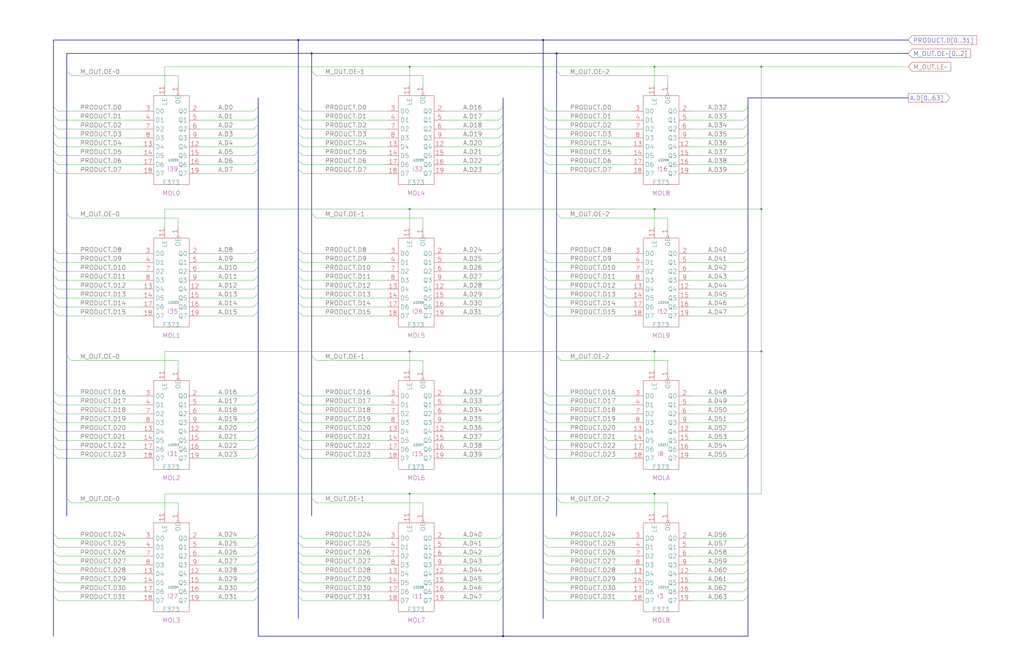
<source format=kicad_sch>
(kicad_sch (version 20250114) (generator "eeschema") (generator_version "9.0")
  (paper "User" 584.2 378.46)
  (title_block (title "MULTIPLIER OUTPUT LATCH") (date "22-MAR-90") (rev "1.0") (comment 1 "VALUE") (comment 2 "232-003063") (comment 3 "S400") (comment 4 "RELEASED"))
  (junction (at 373.38 38.1))
  (junction (at 434.34 200.66))
  (junction (at 233.68 200.66))
  (junction (at 287.02 363.22))
  (junction (at 317.5 30.48))
  (junction (at 170.18 22.86))
  (junction (at 233.68 119.38))
  (junction (at 434.34 38.1))
  (junction (at 373.38 200.66))
  (junction (at 373.38 281.94))
  (junction (at 373.38 119.38))
  (junction (at 177.8 30.48))
  (junction (at 233.68 38.1))
  (junction (at 434.34 119.38))
  (junction (at 309.88 22.86))
  (junction (at 233.68 281.94))
  (bus_entry (at 30.48 66.04) (size 2.54 2.54))
  (bus_entry (at 170.18 157.48) (size 2.54 2.54))
  (bus_entry (at 147.32 76.2) (size -2.54 2.54))
  (bus_entry (at 30.48 309.88) (size 2.54 2.54))
  (bus_entry (at 287.02 238.76) (size -2.54 2.54))
  (bus_entry (at 170.18 228.6) (size 2.54 2.54))
  (bus_entry (at 170.18 91.44) (size 2.54 2.54))
  (bus_entry (at 309.88 309.88) (size 2.54 2.54))
  (bus_entry (at 30.48 254) (size 2.54 2.54))
  (bus_entry (at 426.72 86.36) (size -2.54 2.54))
  (bus_entry (at 426.72 320.04) (size -2.54 2.54))
  (bus_entry (at 30.48 96.52) (size 2.54 2.54))
  (bus_entry (at 170.18 152.4) (size 2.54 2.54))
  (bus_entry (at 30.48 238.76) (size 2.54 2.54))
  (bus_entry (at 147.32 259.08) (size -2.54 2.54))
  (bus_entry (at 426.72 167.64) (size -2.54 2.54))
  (bus_entry (at 170.18 309.88) (size 2.54 2.54))
  (bus_entry (at 30.48 330.2) (size 2.54 2.54))
  (bus_entry (at 317.5 284.48) (size 2.54 2.54))
  (bus_entry (at 309.88 330.2) (size 2.54 2.54))
  (bus_entry (at 426.72 248.92) (size -2.54 2.54))
  (bus_entry (at 287.02 60.96) (size -2.54 2.54))
  (bus_entry (at 287.02 314.96) (size -2.54 2.54))
  (bus_entry (at 317.5 203.2) (size 2.54 2.54))
  (bus_entry (at 287.02 152.4) (size -2.54 2.54))
  (bus_entry (at 30.48 91.44) (size 2.54 2.54))
  (bus_entry (at 170.18 335.28) (size 2.54 2.54))
  (bus_entry (at 170.18 96.52) (size 2.54 2.54))
  (bus_entry (at 30.48 167.64) (size 2.54 2.54))
  (bus_entry (at 309.88 172.72) (size 2.54 2.54))
  (bus_entry (at 170.18 76.2) (size 2.54 2.54))
  (bus_entry (at 426.72 142.24) (size -2.54 2.54))
  (bus_entry (at 309.88 314.96) (size 2.54 2.54))
  (bus_entry (at 147.32 86.36) (size -2.54 2.54))
  (bus_entry (at 287.02 147.32) (size -2.54 2.54))
  (bus_entry (at 426.72 243.84) (size -2.54 2.54))
  (bus_entry (at 426.72 314.96) (size -2.54 2.54))
  (bus_entry (at 147.32 152.4) (size -2.54 2.54))
  (bus_entry (at 170.18 60.96) (size 2.54 2.54))
  (bus_entry (at 426.72 157.48) (size -2.54 2.54))
  (bus_entry (at 38.1 121.92) (size 2.54 2.54))
  (bus_entry (at 426.72 228.6) (size -2.54 2.54))
  (bus_entry (at 426.72 254) (size -2.54 2.54))
  (bus_entry (at 309.88 157.48) (size 2.54 2.54))
  (bus_entry (at 30.48 243.84) (size 2.54 2.54))
  (bus_entry (at 309.88 147.32) (size 2.54 2.54))
  (bus_entry (at 309.88 340.36) (size 2.54 2.54))
  (bus_entry (at 309.88 66.04) (size 2.54 2.54))
  (bus_entry (at 317.5 121.92) (size 2.54 2.54))
  (bus_entry (at 147.32 335.28) (size -2.54 2.54))
  (bus_entry (at 147.32 223.52) (size -2.54 2.54))
  (bus_entry (at 147.32 309.88) (size -2.54 2.54))
  (bus_entry (at 287.02 325.12) (size -2.54 2.54))
  (bus_entry (at 287.02 71.12) (size -2.54 2.54))
  (bus_entry (at 147.32 314.96) (size -2.54 2.54))
  (bus_entry (at 170.18 167.64) (size 2.54 2.54))
  (bus_entry (at 170.18 248.92) (size 2.54 2.54))
  (bus_entry (at 426.72 76.2) (size -2.54 2.54))
  (bus_entry (at 287.02 223.52) (size -2.54 2.54))
  (bus_entry (at 147.32 147.32) (size -2.54 2.54))
  (bus_entry (at 30.48 314.96) (size 2.54 2.54))
  (bus_entry (at 309.88 248.92) (size 2.54 2.54))
  (bus_entry (at 309.88 243.84) (size 2.54 2.54))
  (bus_entry (at 147.32 304.8) (size -2.54 2.54))
  (bus_entry (at 426.72 162.56) (size -2.54 2.54))
  (bus_entry (at 287.02 91.44) (size -2.54 2.54))
  (bus_entry (at 309.88 167.64) (size 2.54 2.54))
  (bus_entry (at 147.32 167.64) (size -2.54 2.54))
  (bus_entry (at 147.32 254) (size -2.54 2.54))
  (bus_entry (at 147.32 228.6) (size -2.54 2.54))
  (bus_entry (at 30.48 233.68) (size 2.54 2.54))
  (bus_entry (at 309.88 259.08) (size 2.54 2.54))
  (bus_entry (at 177.8 203.2) (size 2.54 2.54))
  (bus_entry (at 426.72 304.8) (size -2.54 2.54))
  (bus_entry (at 287.02 142.24) (size -2.54 2.54))
  (bus_entry (at 30.48 76.2) (size 2.54 2.54))
  (bus_entry (at 147.32 96.52) (size -2.54 2.54))
  (bus_entry (at 170.18 81.28) (size 2.54 2.54))
  (bus_entry (at 30.48 81.28) (size 2.54 2.54))
  (bus_entry (at 147.32 71.12) (size -2.54 2.54))
  (bus_entry (at 426.72 152.4) (size -2.54 2.54))
  (bus_entry (at 147.32 238.76) (size -2.54 2.54))
  (bus_entry (at 170.18 304.8) (size 2.54 2.54))
  (bus_entry (at 287.02 304.8) (size -2.54 2.54))
  (bus_entry (at 30.48 228.6) (size 2.54 2.54))
  (bus_entry (at 170.18 254) (size 2.54 2.54))
  (bus_entry (at 426.72 96.52) (size -2.54 2.54))
  (bus_entry (at 309.88 223.52) (size 2.54 2.54))
  (bus_entry (at 287.02 248.92) (size -2.54 2.54))
  (bus_entry (at 170.18 259.08) (size 2.54 2.54))
  (bus_entry (at 170.18 142.24) (size 2.54 2.54))
  (bus_entry (at 30.48 340.36) (size 2.54 2.54))
  (bus_entry (at 170.18 223.52) (size 2.54 2.54))
  (bus_entry (at 147.32 340.36) (size -2.54 2.54))
  (bus_entry (at 426.72 340.36) (size -2.54 2.54))
  (bus_entry (at 147.32 233.68) (size -2.54 2.54))
  (bus_entry (at 287.02 167.64) (size -2.54 2.54))
  (bus_entry (at 287.02 81.28) (size -2.54 2.54))
  (bus_entry (at 287.02 330.2) (size -2.54 2.54))
  (bus_entry (at 309.88 177.8) (size 2.54 2.54))
  (bus_entry (at 287.02 86.36) (size -2.54 2.54))
  (bus_entry (at 426.72 60.96) (size -2.54 2.54))
  (bus_entry (at 30.48 259.08) (size 2.54 2.54))
  (bus_entry (at 170.18 66.04) (size 2.54 2.54))
  (bus_entry (at 170.18 340.36) (size 2.54 2.54))
  (bus_entry (at 287.02 320.04) (size -2.54 2.54))
  (bus_entry (at 170.18 86.36) (size 2.54 2.54))
  (bus_entry (at 147.32 81.28) (size -2.54 2.54))
  (bus_entry (at 426.72 172.72) (size -2.54 2.54))
  (bus_entry (at 170.18 233.68) (size 2.54 2.54))
  (bus_entry (at 426.72 238.76) (size -2.54 2.54))
  (bus_entry (at 287.02 228.6) (size -2.54 2.54))
  (bus_entry (at 30.48 325.12) (size 2.54 2.54))
  (bus_entry (at 38.1 284.48) (size 2.54 2.54))
  (bus_entry (at 170.18 325.12) (size 2.54 2.54))
  (bus_entry (at 170.18 238.76) (size 2.54 2.54))
  (bus_entry (at 309.88 335.28) (size 2.54 2.54))
  (bus_entry (at 30.48 177.8) (size 2.54 2.54))
  (bus_entry (at 170.18 330.2) (size 2.54 2.54))
  (bus_entry (at 287.02 233.68) (size -2.54 2.54))
  (bus_entry (at 147.32 320.04) (size -2.54 2.54))
  (bus_entry (at 147.32 325.12) (size -2.54 2.54))
  (bus_entry (at 170.18 147.32) (size 2.54 2.54))
  (bus_entry (at 287.02 96.52) (size -2.54 2.54))
  (bus_entry (at 30.48 320.04) (size 2.54 2.54))
  (bus_entry (at 426.72 66.04) (size -2.54 2.54))
  (bus_entry (at 170.18 162.56) (size 2.54 2.54))
  (bus_entry (at 147.32 157.48) (size -2.54 2.54))
  (bus_entry (at 30.48 172.72) (size 2.54 2.54))
  (bus_entry (at 170.18 314.96) (size 2.54 2.54))
  (bus_entry (at 170.18 177.8) (size 2.54 2.54))
  (bus_entry (at 170.18 71.12) (size 2.54 2.54))
  (bus_entry (at 147.32 66.04) (size -2.54 2.54))
  (bus_entry (at 309.88 91.44) (size 2.54 2.54))
  (bus_entry (at 147.32 248.92) (size -2.54 2.54))
  (bus_entry (at 147.32 142.24) (size -2.54 2.54))
  (bus_entry (at 30.48 162.56) (size 2.54 2.54))
  (bus_entry (at 177.8 40.64) (size 2.54 2.54))
  (bus_entry (at 30.48 248.92) (size 2.54 2.54))
  (bus_entry (at 287.02 309.88) (size -2.54 2.54))
  (bus_entry (at 147.32 330.2) (size -2.54 2.54))
  (bus_entry (at 426.72 259.08) (size -2.54 2.54))
  (bus_entry (at 426.72 177.8) (size -2.54 2.54))
  (bus_entry (at 426.72 81.28) (size -2.54 2.54))
  (bus_entry (at 309.88 233.68) (size 2.54 2.54))
  (bus_entry (at 309.88 304.8) (size 2.54 2.54))
  (bus_entry (at 287.02 259.08) (size -2.54 2.54))
  (bus_entry (at 309.88 86.36) (size 2.54 2.54))
  (bus_entry (at 426.72 325.12) (size -2.54 2.54))
  (bus_entry (at 147.32 91.44) (size -2.54 2.54))
  (bus_entry (at 30.48 71.12) (size 2.54 2.54))
  (bus_entry (at 170.18 172.72) (size 2.54 2.54))
  (bus_entry (at 309.88 152.4) (size 2.54 2.54))
  (bus_entry (at 287.02 157.48) (size -2.54 2.54))
  (bus_entry (at 30.48 142.24) (size 2.54 2.54))
  (bus_entry (at 147.32 162.56) (size -2.54 2.54))
  (bus_entry (at 30.48 60.96) (size 2.54 2.54))
  (bus_entry (at 426.72 223.52) (size -2.54 2.54))
  (bus_entry (at 287.02 66.04) (size -2.54 2.54))
  (bus_entry (at 309.88 162.56) (size 2.54 2.54))
  (bus_entry (at 147.32 60.96) (size -2.54 2.54))
  (bus_entry (at 309.88 238.76) (size 2.54 2.54))
  (bus_entry (at 30.48 223.52) (size 2.54 2.54))
  (bus_entry (at 147.32 243.84) (size -2.54 2.54))
  (bus_entry (at 426.72 335.28) (size -2.54 2.54))
  (bus_entry (at 177.8 121.92) (size 2.54 2.54))
  (bus_entry (at 38.1 203.2) (size 2.54 2.54))
  (bus_entry (at 309.88 325.12) (size 2.54 2.54))
  (bus_entry (at 30.48 147.32) (size 2.54 2.54))
  (bus_entry (at 426.72 233.68) (size -2.54 2.54))
  (bus_entry (at 309.88 81.28) (size 2.54 2.54))
  (bus_entry (at 287.02 162.56) (size -2.54 2.54))
  (bus_entry (at 426.72 309.88) (size -2.54 2.54))
  (bus_entry (at 287.02 76.2) (size -2.54 2.54))
  (bus_entry (at 30.48 335.28) (size 2.54 2.54))
  (bus_entry (at 287.02 177.8) (size -2.54 2.54))
  (bus_entry (at 309.88 254) (size 2.54 2.54))
  (bus_entry (at 426.72 71.12) (size -2.54 2.54))
  (bus_entry (at 426.72 147.32) (size -2.54 2.54))
  (bus_entry (at 426.72 330.2) (size -2.54 2.54))
  (bus_entry (at 309.88 228.6) (size 2.54 2.54))
  (bus_entry (at 170.18 320.04) (size 2.54 2.54))
  (bus_entry (at 287.02 254) (size -2.54 2.54))
  (bus_entry (at 287.02 243.84) (size -2.54 2.54))
  (bus_entry (at 317.5 40.64) (size 2.54 2.54))
  (bus_entry (at 309.88 96.52) (size 2.54 2.54))
  (bus_entry (at 30.48 304.8) (size 2.54 2.54))
  (bus_entry (at 309.88 76.2) (size 2.54 2.54))
  (bus_entry (at 30.48 152.4) (size 2.54 2.54))
  (bus_entry (at 309.88 142.24) (size 2.54 2.54))
  (bus_entry (at 309.88 71.12) (size 2.54 2.54))
  (bus_entry (at 30.48 157.48) (size 2.54 2.54))
  (bus_entry (at 147.32 172.72) (size -2.54 2.54))
  (bus_entry (at 177.8 284.48) (size 2.54 2.54))
  (bus_entry (at 309.88 60.96) (size 2.54 2.54))
  (bus_entry (at 38.1 40.64) (size 2.54 2.54))
  (bus_entry (at 426.72 91.44) (size -2.54 2.54))
  (bus_entry (at 309.88 320.04) (size 2.54 2.54))
  (bus_entry (at 147.32 177.8) (size -2.54 2.54))
  (bus_entry (at 30.48 86.36) (size 2.54 2.54))
  (bus_entry (at 287.02 172.72) (size -2.54 2.54))
  (bus_entry (at 287.02 340.36) (size -2.54 2.54))
  (bus_entry (at 287.02 335.28) (size -2.54 2.54))
  (bus_entry (at 170.18 243.84) (size 2.54 2.54))
  (wire (pts (xy 312.42 83.82) (xy 360.68 83.82)))
  (bus (pts (xy 287.02 66.04) (xy 287.02 71.12)))
  (wire (pts (xy 172.72 226.06) (xy 220.98 226.06)))
  (bus (pts (xy 30.48 142.24) (xy 30.48 147.32)))
  (bus (pts (xy 30.48 330.2) (xy 30.48 335.28)))
  (wire (pts (xy 33.02 165.1) (xy 81.28 165.1)))
  (wire (pts (xy 114.3 322.58) (xy 144.78 322.58)))
  (wire (pts (xy 254 231.14) (xy 284.48 231.14)))
  (bus (pts (xy 170.18 238.76) (xy 170.18 243.84)))
  (bus (pts (xy 147.32 223.52) (xy 147.32 228.6)))
  (bus (pts (xy 30.48 81.28) (xy 30.48 86.36)))
  (bus (pts (xy 170.18 76.2) (xy 170.18 81.28)))
  (wire (pts (xy 312.42 342.9) (xy 360.68 342.9)))
  (bus (pts (xy 177.8 30.48) (xy 317.5 30.48)))
  (bus (pts (xy 287.02 304.8) (xy 287.02 309.88)))
  (wire (pts (xy 241.3 292.1) (xy 241.3 287.02)))
  (wire (pts (xy 33.02 322.58) (xy 81.28 322.58)))
  (wire (pts (xy 393.7 78.74) (xy 424.18 78.74)))
  (wire (pts (xy 254 312.42) (xy 284.48 312.42)))
  (wire (pts (xy 312.42 154.94) (xy 360.68 154.94)))
  (bus (pts (xy 426.72 223.52) (xy 426.72 228.6)))
  (bus (pts (xy 170.18 248.92) (xy 170.18 254)))
  (wire (pts (xy 254 332.74) (xy 284.48 332.74)))
  (wire (pts (xy 233.68 119.38) (xy 233.68 129.54)))
  (bus (pts (xy 30.48 22.86) (xy 30.48 60.96)))
  (bus (pts (xy 170.18 309.88) (xy 170.18 314.96)))
  (wire (pts (xy 254 149.86) (xy 284.48 149.86)))
  (wire (pts (xy 434.34 38.1) (xy 373.38 38.1)))
  (wire (pts (xy 40.64 124.46) (xy 101.6 124.46)))
  (bus (pts (xy 177.8 40.64) (xy 177.8 121.92)))
  (bus (pts (xy 38.1 30.48) (xy 177.8 30.48)))
  (wire (pts (xy 312.42 175.26) (xy 360.68 175.26)))
  (bus (pts (xy 30.48 22.86) (xy 170.18 22.86)))
  (wire (pts (xy 114.3 246.38) (xy 144.78 246.38)))
  (wire (pts (xy 393.7 226.06) (xy 424.18 226.06)))
  (wire (pts (xy 33.02 144.78) (xy 81.28 144.78)))
  (wire (pts (xy 172.72 246.38) (xy 220.98 246.38)))
  (wire (pts (xy 312.42 99.06) (xy 360.68 99.06)))
  (bus (pts (xy 287.02 96.52) (xy 287.02 142.24)))
  (bus (pts (xy 287.02 86.36) (xy 287.02 91.44)))
  (wire (pts (xy 33.02 246.38) (xy 81.28 246.38)))
  (bus (pts (xy 147.32 172.72) (xy 147.32 177.8)))
  (wire (pts (xy 393.7 317.5) (xy 424.18 317.5)))
  (bus (pts (xy 30.48 233.68) (xy 30.48 238.76)))
  (bus (pts (xy 426.72 304.8) (xy 426.72 309.88)))
  (wire (pts (xy 393.7 231.14) (xy 424.18 231.14)))
  (wire (pts (xy 172.72 88.9) (xy 220.98 88.9)))
  (bus (pts (xy 170.18 66.04) (xy 170.18 71.12)))
  (wire (pts (xy 114.3 83.82) (xy 144.78 83.82)))
  (wire (pts (xy 241.3 129.54) (xy 241.3 124.46)))
  (bus (pts (xy 426.72 55.88) (xy 426.72 60.96)))
  (wire (pts (xy 172.72 312.42) (xy 220.98 312.42)))
  (bus (pts (xy 147.32 60.96) (xy 147.32 66.04)))
  (bus (pts (xy 30.48 259.08) (xy 30.48 304.8)))
  (wire (pts (xy 254 246.38) (xy 284.48 246.38)))
  (wire (pts (xy 254 170.18) (xy 284.48 170.18)))
  (wire (pts (xy 172.72 231.14) (xy 220.98 231.14)))
  (bus (pts (xy 30.48 309.88) (xy 30.48 314.96)))
  (bus (pts (xy 147.32 233.68) (xy 147.32 238.76)))
  (bus (pts (xy 170.18 157.48) (xy 170.18 162.56)))
  (bus (pts (xy 426.72 86.36) (xy 426.72 91.44)))
  (wire (pts (xy 172.72 180.34) (xy 220.98 180.34)))
  (wire (pts (xy 312.42 144.78) (xy 360.68 144.78)))
  (wire (pts (xy 93.98 281.94) (xy 233.68 281.94)))
  (wire (pts (xy 434.34 200.66) (xy 434.34 119.38)))
  (wire (pts (xy 114.3 73.66) (xy 144.78 73.66)))
  (wire (pts (xy 172.72 175.26) (xy 220.98 175.26)))
  (bus (pts (xy 309.88 86.36) (xy 309.88 91.44)))
  (wire (pts (xy 172.72 241.3) (xy 220.98 241.3)))
  (bus (pts (xy 309.88 60.96) (xy 309.88 66.04)))
  (wire (pts (xy 114.3 327.66) (xy 144.78 327.66)))
  (wire (pts (xy 40.64 43.18) (xy 101.6 43.18)))
  (bus (pts (xy 287.02 76.2) (xy 287.02 81.28)))
  (bus (pts (xy 177.8 203.2) (xy 177.8 284.48)))
  (bus (pts (xy 170.18 172.72) (xy 170.18 177.8)))
  (bus (pts (xy 147.32 55.88) (xy 147.32 60.96)))
  (bus (pts (xy 426.72 81.28) (xy 426.72 86.36)))
  (wire (pts (xy 393.7 175.26) (xy 424.18 175.26)))
  (bus (pts (xy 426.72 66.04) (xy 426.72 71.12)))
  (bus (pts (xy 287.02 320.04) (xy 287.02 325.12)))
  (bus (pts (xy 426.72 177.8) (xy 426.72 223.52)))
  (bus (pts (xy 38.1 121.92) (xy 38.1 203.2)))
  (wire (pts (xy 40.64 205.74) (xy 101.6 205.74)))
  (wire (pts (xy 241.3 210.82) (xy 241.3 205.74)))
  (wire (pts (xy 114.3 154.94) (xy 144.78 154.94)))
  (wire (pts (xy 33.02 93.98) (xy 81.28 93.98)))
  (wire (pts (xy 172.72 322.58) (xy 220.98 322.58)))
  (wire (pts (xy 233.68 119.38) (xy 373.38 119.38)))
  (bus (pts (xy 147.32 330.2) (xy 147.32 335.28)))
  (wire (pts (xy 40.64 287.02) (xy 101.6 287.02)))
  (bus (pts (xy 426.72 325.12) (xy 426.72 330.2)))
  (bus (pts (xy 170.18 177.8) (xy 170.18 223.52)))
  (wire (pts (xy 254 342.9) (xy 284.48 342.9)))
  (wire (pts (xy 114.3 78.74) (xy 144.78 78.74)))
  (bus (pts (xy 287.02 177.8) (xy 287.02 223.52)))
  (wire (pts (xy 254 154.94) (xy 284.48 154.94)))
  (wire (pts (xy 393.7 165.1) (xy 424.18 165.1)))
  (wire (pts (xy 312.42 78.74) (xy 360.68 78.74)))
  (wire (pts (xy 393.7 342.9) (xy 424.18 342.9)))
  (wire (pts (xy 312.42 180.34) (xy 360.68 180.34)))
  (wire (pts (xy 312.42 165.1) (xy 360.68 165.1)))
  (wire (pts (xy 254 251.46) (xy 284.48 251.46)))
  (bus (pts (xy 170.18 259.08) (xy 170.18 304.8)))
  (bus (pts (xy 170.18 254) (xy 170.18 259.08)))
  (bus (pts (xy 30.48 304.8) (xy 30.48 309.88)))
  (bus (pts (xy 309.88 233.68) (xy 309.88 238.76)))
  (wire (pts (xy 312.42 93.98) (xy 360.68 93.98)))
  (wire (pts (xy 393.7 251.46) (xy 424.18 251.46)))
  (bus (pts (xy 147.32 147.32) (xy 147.32 152.4)))
  (bus (pts (xy 309.88 152.4) (xy 309.88 157.48)))
  (wire (pts (xy 114.3 236.22) (xy 144.78 236.22)))
  (bus (pts (xy 309.88 142.24) (xy 309.88 147.32)))
  (wire (pts (xy 172.72 93.98) (xy 220.98 93.98)))
  (bus (pts (xy 309.88 335.28) (xy 309.88 340.36)))
  (wire (pts (xy 233.68 38.1) (xy 233.68 48.26)))
  (wire (pts (xy 393.7 68.58) (xy 424.18 68.58)))
  (wire (pts (xy 172.72 149.86) (xy 220.98 149.86)))
  (bus (pts (xy 317.5 284.48) (xy 317.5 294.64)))
  (wire (pts (xy 312.42 170.18) (xy 360.68 170.18)))
  (wire (pts (xy 393.7 332.74) (xy 424.18 332.74)))
  (wire (pts (xy 312.42 149.86) (xy 360.68 149.86)))
  (bus (pts (xy 309.88 238.76) (xy 309.88 243.84)))
  (bus (pts (xy 287.02 157.48) (xy 287.02 162.56)))
  (wire (pts (xy 254 256.54) (xy 284.48 256.54)))
  (wire (pts (xy 114.3 99.06) (xy 144.78 99.06)))
  (wire (pts (xy 233.68 200.66) (xy 373.38 200.66)))
  (wire (pts (xy 254 226.06) (xy 284.48 226.06)))
  (bus (pts (xy 170.18 60.96) (xy 170.18 66.04)))
  (wire (pts (xy 254 261.62) (xy 284.48 261.62)))
  (bus (pts (xy 147.32 142.24) (xy 147.32 147.32)))
  (wire (pts (xy 381 129.54) (xy 381 124.46)))
  (wire (pts (xy 172.72 327.66) (xy 220.98 327.66)))
  (bus (pts (xy 426.72 162.56) (xy 426.72 167.64)))
  (bus (pts (xy 170.18 335.28) (xy 170.18 340.36)))
  (bus (pts (xy 30.48 60.96) (xy 30.48 66.04)))
  (bus (pts (xy 147.32 167.64) (xy 147.32 172.72)))
  (bus (pts (xy 170.18 243.84) (xy 170.18 248.92)))
  (wire (pts (xy 312.42 236.22) (xy 360.68 236.22)))
  (wire (pts (xy 33.02 78.74) (xy 81.28 78.74)))
  (bus (pts (xy 309.88 259.08) (xy 309.88 304.8)))
  (bus (pts (xy 426.72 76.2) (xy 426.72 81.28)))
  (bus (pts (xy 147.32 335.28) (xy 147.32 340.36)))
  (bus (pts (xy 426.72 152.4) (xy 426.72 157.48)))
  (bus (pts (xy 287.02 309.88) (xy 287.02 314.96)))
  (bus (pts (xy 426.72 314.96) (xy 426.72 320.04)))
  (wire (pts (xy 114.3 256.54) (xy 144.78 256.54)))
  (bus (pts (xy 30.48 86.36) (xy 30.48 91.44)))
  (bus (pts (xy 426.72 238.76) (xy 426.72 243.84)))
  (wire (pts (xy 312.42 241.3) (xy 360.68 241.3)))
  (wire (pts (xy 114.3 144.78) (xy 144.78 144.78)))
  (bus (pts (xy 147.32 304.8) (xy 147.32 309.88)))
  (bus (pts (xy 147.32 76.2) (xy 147.32 81.28)))
  (wire (pts (xy 114.3 170.18) (xy 144.78 170.18)))
  (wire (pts (xy 434.34 281.94) (xy 434.34 200.66)))
  (bus (pts (xy 177.8 284.48) (xy 177.8 294.64)))
  (wire (pts (xy 254 165.1) (xy 284.48 165.1)))
  (bus (pts (xy 309.88 243.84) (xy 309.88 248.92)))
  (wire (pts (xy 393.7 160.02) (xy 424.18 160.02)))
  (bus (pts (xy 177.8 121.92) (xy 177.8 203.2)))
  (bus (pts (xy 309.88 147.32) (xy 309.88 152.4)))
  (wire (pts (xy 254 327.66) (xy 284.48 327.66)))
  (wire (pts (xy 373.38 38.1) (xy 373.38 48.26)))
  (wire (pts (xy 93.98 281.94) (xy 93.98 292.1)))
  (wire (pts (xy 33.02 63.5) (xy 81.28 63.5)))
  (bus (pts (xy 287.02 254) (xy 287.02 259.08)))
  (wire (pts (xy 114.3 251.46) (xy 144.78 251.46)))
  (bus (pts (xy 30.48 76.2) (xy 30.48 81.28)))
  (wire (pts (xy 33.02 170.18) (xy 81.28 170.18)))
  (bus (pts (xy 170.18 223.52) (xy 170.18 228.6)))
  (bus (pts (xy 147.32 157.48) (xy 147.32 162.56)))
  (bus (pts (xy 309.88 314.96) (xy 309.88 320.04)))
  (wire (pts (xy 320.04 287.02) (xy 381 287.02)))
  (bus (pts (xy 30.48 254) (xy 30.48 259.08)))
  (wire (pts (xy 33.02 241.3) (xy 81.28 241.3)))
  (wire (pts (xy 241.3 48.26) (xy 241.3 43.18)))
  (wire (pts (xy 114.3 342.9) (xy 144.78 342.9)))
  (bus (pts (xy 287.02 243.84) (xy 287.02 248.92)))
  (bus (pts (xy 309.88 96.52) (xy 309.88 142.24)))
  (wire (pts (xy 254 180.34) (xy 284.48 180.34)))
  (bus (pts (xy 426.72 254) (xy 426.72 259.08)))
  (wire (pts (xy 393.7 83.82) (xy 424.18 83.82)))
  (bus (pts (xy 30.48 96.52) (xy 30.48 142.24)))
  (bus (pts (xy 309.88 330.2) (xy 309.88 335.28)))
  (bus (pts (xy 147.32 309.88) (xy 147.32 314.96)))
  (wire (pts (xy 254 241.3) (xy 284.48 241.3)))
  (wire (pts (xy 33.02 236.22) (xy 81.28 236.22)))
  (wire (pts (xy 93.98 38.1) (xy 93.98 48.26)))
  (wire (pts (xy 172.72 337.82) (xy 220.98 337.82)))
  (wire (pts (xy 114.3 149.86) (xy 144.78 149.86)))
  (bus (pts (xy 147.32 320.04) (xy 147.32 325.12)))
  (wire (pts (xy 320.04 43.18) (xy 381 43.18)))
  (wire (pts (xy 180.34 287.02) (xy 241.3 287.02)))
  (wire (pts (xy 393.7 307.34) (xy 424.18 307.34)))
  (wire (pts (xy 320.04 205.74) (xy 381 205.74)))
  (bus (pts (xy 147.32 254) (xy 147.32 259.08)))
  (wire (pts (xy 312.42 337.82) (xy 360.68 337.82)))
  (wire (pts (xy 114.3 312.42) (xy 144.78 312.42)))
  (wire (pts (xy 180.34 205.74) (xy 241.3 205.74)))
  (bus (pts (xy 170.18 147.32) (xy 170.18 152.4)))
  (wire (pts (xy 373.38 200.66) (xy 373.38 210.82)))
  (wire (pts (xy 254 337.82) (xy 284.48 337.82)))
  (bus (pts (xy 309.88 248.92) (xy 309.88 254)))
  (bus (pts (xy 147.32 162.56) (xy 147.32 167.64)))
  (bus (pts (xy 170.18 228.6) (xy 170.18 233.68)))
  (bus (pts (xy 147.32 363.22) (xy 287.02 363.22)))
  (bus (pts (xy 287.02 147.32) (xy 287.02 152.4)))
  (wire (pts (xy 393.7 144.78) (xy 424.18 144.78)))
  (wire (pts (xy 381 48.26) (xy 381 43.18)))
  (wire (pts (xy 33.02 251.46) (xy 81.28 251.46)))
  (bus (pts (xy 147.32 177.8) (xy 147.32 223.52)))
  (wire (pts (xy 114.3 261.62) (xy 144.78 261.62)))
  (wire (pts (xy 312.42 68.58) (xy 360.68 68.58)))
  (wire (pts (xy 101.6 48.26) (xy 101.6 43.18)))
  (bus (pts (xy 147.32 91.44) (xy 147.32 96.52)))
  (bus (pts (xy 287.02 340.36) (xy 287.02 363.22)))
  (bus (pts (xy 287.02 259.08) (xy 287.02 304.8)))
  (bus (pts (xy 30.48 325.12) (xy 30.48 330.2)))
  (wire (pts (xy 33.02 317.5) (xy 81.28 317.5)))
  (wire (pts (xy 33.02 261.62) (xy 81.28 261.62)))
  (bus (pts (xy 426.72 335.28) (xy 426.72 340.36)))
  (bus (pts (xy 426.72 330.2) (xy 426.72 335.28)))
  (wire (pts (xy 393.7 236.22) (xy 424.18 236.22)))
  (wire (pts (xy 233.68 200.66) (xy 233.68 210.82)))
  (wire (pts (xy 33.02 180.34) (xy 81.28 180.34)))
  (wire (pts (xy 254 93.98) (xy 284.48 93.98)))
  (bus (pts (xy 309.88 223.52) (xy 309.88 228.6)))
  (wire (pts (xy 254 68.58) (xy 284.48 68.58)))
  (wire (pts (xy 93.98 119.38) (xy 233.68 119.38)))
  (wire (pts (xy 393.7 99.06) (xy 424.18 99.06)))
  (wire (pts (xy 312.42 317.5) (xy 360.68 317.5)))
  (wire (pts (xy 172.72 154.94) (xy 220.98 154.94)))
  (bus (pts (xy 426.72 243.84) (xy 426.72 248.92)))
  (wire (pts (xy 393.7 312.42) (xy 424.18 312.42)))
  (bus (pts (xy 426.72 96.52) (xy 426.72 142.24)))
  (bus (pts (xy 426.72 147.32) (xy 426.72 152.4)))
  (wire (pts (xy 101.6 292.1) (xy 101.6 287.02)))
  (bus (pts (xy 30.48 177.8) (xy 30.48 223.52)))
  (wire (pts (xy 33.02 88.9) (xy 81.28 88.9)))
  (bus (pts (xy 287.02 162.56) (xy 287.02 167.64)))
  (bus (pts (xy 426.72 228.6) (xy 426.72 233.68)))
  (bus (pts (xy 317.5 203.2) (xy 317.5 284.48)))
  (wire (pts (xy 172.72 63.5) (xy 220.98 63.5)))
  (wire (pts (xy 93.98 119.38) (xy 93.98 129.54)))
  (bus (pts (xy 287.02 223.52) (xy 287.02 228.6)))
  (wire (pts (xy 33.02 307.34) (xy 81.28 307.34)))
  (bus (pts (xy 30.48 335.28) (xy 30.48 340.36)))
  (wire (pts (xy 393.7 63.5) (xy 424.18 63.5)))
  (bus (pts (xy 287.02 238.76) (xy 287.02 243.84)))
  (wire (pts (xy 180.34 124.46) (xy 241.3 124.46)))
  (bus (pts (xy 147.32 66.04) (xy 147.32 71.12)))
  (bus (pts (xy 30.48 71.12) (xy 30.48 76.2)))
  (bus (pts (xy 287.02 228.6) (xy 287.02 233.68)))
  (wire (pts (xy 254 236.22) (xy 284.48 236.22)))
  (wire (pts (xy 393.7 256.54) (xy 424.18 256.54)))
  (wire (pts (xy 381 292.1) (xy 381 287.02)))
  (wire (pts (xy 172.72 251.46) (xy 220.98 251.46)))
  (bus (pts (xy 147.32 314.96) (xy 147.32 320.04)))
  (wire (pts (xy 33.02 68.58) (xy 81.28 68.58)))
  (bus (pts (xy 30.48 167.64) (xy 30.48 172.72)))
  (bus (pts (xy 309.88 177.8) (xy 309.88 223.52)))
  (wire (pts (xy 172.72 160.02) (xy 220.98 160.02)))
  (wire (pts (xy 172.72 78.74) (xy 220.98 78.74)))
  (bus (pts (xy 426.72 157.48) (xy 426.72 162.56)))
  (bus (pts (xy 147.32 243.84) (xy 147.32 248.92)))
  (wire (pts (xy 312.42 256.54) (xy 360.68 256.54)))
  (wire (pts (xy 254 307.34) (xy 284.48 307.34)))
  (wire (pts (xy 312.42 73.66) (xy 360.68 73.66)))
  (bus (pts (xy 317.5 30.48) (xy 518.16 30.48)))
  (bus (pts (xy 170.18 81.28) (xy 170.18 86.36)))
  (bus (pts (xy 147.32 81.28) (xy 147.32 86.36)))
  (bus (pts (xy 170.18 91.44) (xy 170.18 96.52)))
  (bus (pts (xy 426.72 91.44) (xy 426.72 96.52)))
  (bus (pts (xy 147.32 86.36) (xy 147.32 91.44)))
  (bus (pts (xy 426.72 320.04) (xy 426.72 325.12)))
  (bus (pts (xy 170.18 22.86) (xy 170.18 60.96)))
  (wire (pts (xy 172.72 99.06) (xy 220.98 99.06)))
  (bus (pts (xy 426.72 259.08) (xy 426.72 304.8)))
  (wire (pts (xy 114.3 317.5) (xy 144.78 317.5)))
  (wire (pts (xy 114.3 332.74) (xy 144.78 332.74)))
  (wire (pts (xy 114.3 165.1) (xy 144.78 165.1)))
  (bus (pts (xy 170.18 233.68) (xy 170.18 238.76)))
  (wire (pts (xy 172.72 307.34) (xy 220.98 307.34)))
  (bus (pts (xy 287.02 314.96) (xy 287.02 320.04)))
  (wire (pts (xy 312.42 307.34) (xy 360.68 307.34)))
  (bus (pts (xy 147.32 228.6) (xy 147.32 233.68)))
  (wire (pts (xy 33.02 226.06) (xy 81.28 226.06)))
  (bus (pts (xy 426.72 71.12) (xy 426.72 76.2)))
  (wire (pts (xy 33.02 73.66) (xy 81.28 73.66)))
  (bus (pts (xy 317.5 30.48) (xy 317.5 40.64)))
  (wire (pts (xy 114.3 337.82) (xy 144.78 337.82)))
  (wire (pts (xy 172.72 170.18) (xy 220.98 170.18)))
  (wire (pts (xy 101.6 129.54) (xy 101.6 124.46)))
  (bus (pts (xy 30.48 340.36) (xy 30.48 363.22)))
  (bus (pts (xy 170.18 71.12) (xy 170.18 76.2)))
  (wire (pts (xy 312.42 160.02) (xy 360.68 160.02)))
  (bus (pts (xy 287.02 363.22) (xy 426.72 363.22)))
  (bus (pts (xy 287.02 330.2) (xy 287.02 335.28)))
  (wire (pts (xy 33.02 83.82) (xy 81.28 83.82)))
  (wire (pts (xy 434.34 119.38) (xy 434.34 38.1)))
  (bus (pts (xy 287.02 60.96) (xy 287.02 66.04)))
  (wire (pts (xy 254 63.5) (xy 284.48 63.5)))
  (bus (pts (xy 147.32 259.08) (xy 147.32 304.8)))
  (bus (pts (xy 287.02 325.12) (xy 287.02 330.2)))
  (bus (pts (xy 287.02 233.68) (xy 287.02 238.76)))
  (bus (pts (xy 287.02 71.12) (xy 287.02 76.2)))
  (wire (pts (xy 254 88.9) (xy 284.48 88.9)))
  (wire (pts (xy 373.38 200.66) (xy 434.34 200.66)))
  (wire (pts (xy 172.72 83.82) (xy 220.98 83.82)))
  (wire (pts (xy 254 99.06) (xy 284.48 99.06)))
  (wire (pts (xy 320.04 124.46) (xy 381 124.46)))
  (wire (pts (xy 312.42 322.58) (xy 360.68 322.58)))
  (wire (pts (xy 33.02 99.06) (xy 81.28 99.06)))
  (bus (pts (xy 426.72 172.72) (xy 426.72 177.8)))
  (wire (pts (xy 312.42 327.66) (xy 360.68 327.66)))
  (wire (pts (xy 373.38 119.38) (xy 373.38 129.54)))
  (wire (pts (xy 172.72 317.5) (xy 220.98 317.5)))
  (wire (pts (xy 33.02 175.26) (xy 81.28 175.26)))
  (bus (pts (xy 147.32 71.12) (xy 147.32 76.2)))
  (wire (pts (xy 172.72 68.58) (xy 220.98 68.58)))
  (bus (pts (xy 309.88 254) (xy 309.88 259.08)))
  (wire (pts (xy 172.72 236.22) (xy 220.98 236.22)))
  (bus (pts (xy 170.18 152.4) (xy 170.18 157.48)))
  (bus (pts (xy 287.02 152.4) (xy 287.02 157.48)))
  (bus (pts (xy 30.48 248.92) (xy 30.48 254)))
  (wire (pts (xy 393.7 88.9) (xy 424.18 88.9)))
  (bus (pts (xy 317.5 40.64) (xy 317.5 121.92)))
  (wire (pts (xy 254 73.66) (xy 284.48 73.66)))
  (bus (pts (xy 426.72 142.24) (xy 426.72 147.32)))
  (wire (pts (xy 172.72 73.66) (xy 220.98 73.66)))
  (wire (pts (xy 312.42 231.14) (xy 360.68 231.14)))
  (bus (pts (xy 170.18 22.86) (xy 309.88 22.86)))
  (bus (pts (xy 30.48 162.56) (xy 30.48 167.64)))
  (bus (pts (xy 30.48 152.4) (xy 30.48 157.48)))
  (bus (pts (xy 170.18 304.8) (xy 170.18 309.88)))
  (wire (pts (xy 312.42 261.62) (xy 360.68 261.62)))
  (bus (pts (xy 30.48 157.48) (xy 30.48 162.56)))
  (bus (pts (xy 30.48 66.04) (xy 30.48 71.12)))
  (wire (pts (xy 312.42 246.38) (xy 360.68 246.38)))
  (bus (pts (xy 317.5 121.92) (xy 317.5 203.2)))
  (bus (pts (xy 309.88 172.72) (xy 309.88 177.8)))
  (bus (pts (xy 170.18 142.24) (xy 170.18 147.32)))
  (bus (pts (xy 170.18 96.52) (xy 170.18 142.24)))
  (wire (pts (xy 373.38 281.94) (xy 434.34 281.94)))
  (wire (pts (xy 312.42 88.9) (xy 360.68 88.9)))
  (bus (pts (xy 170.18 320.04) (xy 170.18 325.12)))
  (wire (pts (xy 172.72 261.62) (xy 220.98 261.62)))
  (bus (pts (xy 309.88 76.2) (xy 309.88 81.28)))
  (wire (pts (xy 114.3 63.5) (xy 144.78 63.5)))
  (wire (pts (xy 114.3 93.98) (xy 144.78 93.98)))
  (wire (pts (xy 114.3 160.02) (xy 144.78 160.02)))
  (bus (pts (xy 287.02 81.28) (xy 287.02 86.36)))
  (wire (pts (xy 312.42 63.5) (xy 360.68 63.5)))
  (bus (pts (xy 30.48 172.72) (xy 30.48 177.8)))
  (wire (pts (xy 393.7 322.58) (xy 424.18 322.58)))
  (wire (pts (xy 393.7 149.86) (xy 424.18 149.86)))
  (wire (pts (xy 233.68 281.94) (xy 373.38 281.94)))
  (wire (pts (xy 33.02 312.42) (xy 81.28 312.42)))
  (bus (pts (xy 309.88 340.36) (xy 309.88 353.06)))
  (bus (pts (xy 177.8 30.48) (xy 177.8 40.64)))
  (bus (pts (xy 30.48 314.96) (xy 30.48 320.04)))
  (bus (pts (xy 309.88 81.28) (xy 309.88 86.36)))
  (wire (pts (xy 393.7 261.62) (xy 424.18 261.62)))
  (bus (pts (xy 309.88 304.8) (xy 309.88 309.88)))
  (bus (pts (xy 38.1 30.48) (xy 38.1 40.64)))
  (bus (pts (xy 170.18 325.12) (xy 170.18 330.2)))
  (bus (pts (xy 309.88 309.88) (xy 309.88 314.96)))
  (wire (pts (xy 254 83.82) (xy 284.48 83.82)))
  (wire (pts (xy 114.3 175.26) (xy 144.78 175.26)))
  (wire (pts (xy 180.34 43.18) (xy 241.3 43.18)))
  (bus (pts (xy 170.18 314.96) (xy 170.18 320.04)))
  (wire (pts (xy 254 78.74) (xy 284.48 78.74)))
  (bus (pts (xy 309.88 167.64) (xy 309.88 172.72)))
  (bus (pts (xy 309.88 228.6) (xy 309.88 233.68)))
  (bus (pts (xy 30.48 91.44) (xy 30.48 96.52)))
  (wire (pts (xy 33.02 154.94) (xy 81.28 154.94)))
  (bus (pts (xy 309.88 71.12) (xy 309.88 76.2)))
  (wire (pts (xy 114.3 226.06) (xy 144.78 226.06)))
  (bus (pts (xy 30.48 223.52) (xy 30.48 228.6)))
  (bus (pts (xy 170.18 167.64) (xy 170.18 172.72)))
  (wire (pts (xy 33.02 337.82) (xy 81.28 337.82)))
  (bus (pts (xy 147.32 96.52) (xy 147.32 142.24)))
  (bus (pts (xy 147.32 340.36) (xy 147.32 363.22)))
  (bus (pts (xy 287.02 248.92) (xy 287.02 254)))
  (wire (pts (xy 312.42 251.46) (xy 360.68 251.46)))
  (bus (pts (xy 147.32 152.4) (xy 147.32 157.48)))
  (bus (pts (xy 30.48 147.32) (xy 30.48 152.4)))
  (bus (pts (xy 30.48 320.04) (xy 30.48 325.12)))
  (wire (pts (xy 172.72 144.78) (xy 220.98 144.78)))
  (wire (pts (xy 312.42 312.42) (xy 360.68 312.42)))
  (wire (pts (xy 393.7 73.66) (xy 424.18 73.66)))
  (wire (pts (xy 33.02 332.74) (xy 81.28 332.74)))
  (wire (pts (xy 254 175.26) (xy 284.48 175.26)))
  (wire (pts (xy 393.7 241.3) (xy 424.18 241.3)))
  (bus (pts (xy 426.72 167.64) (xy 426.72 172.72)))
  (bus (pts (xy 30.48 228.6) (xy 30.48 233.68)))
  (wire (pts (xy 393.7 180.34) (xy 424.18 180.34)))
  (wire (pts (xy 254 317.5) (xy 284.48 317.5)))
  (wire (pts (xy 172.72 256.54) (xy 220.98 256.54)))
  (wire (pts (xy 33.02 342.9) (xy 81.28 342.9)))
  (wire (pts (xy 233.68 281.94) (xy 233.68 292.1)))
  (bus (pts (xy 170.18 330.2) (xy 170.18 335.28)))
  (wire (pts (xy 172.72 332.74) (xy 220.98 332.74)))
  (bus (pts (xy 287.02 142.24) (xy 287.02 147.32)))
  (wire (pts (xy 254 144.78) (xy 284.48 144.78)))
  (wire (pts (xy 114.3 241.3) (xy 144.78 241.3)))
  (bus (pts (xy 287.02 167.64) (xy 287.02 172.72)))
  (bus (pts (xy 309.88 91.44) (xy 309.88 96.52)))
  (bus (pts (xy 38.1 203.2) (xy 38.1 284.48)))
  (bus (pts (xy 170.18 86.36) (xy 170.18 91.44)))
  (wire (pts (xy 114.3 180.34) (xy 144.78 180.34)))
  (wire (pts (xy 254 160.02) (xy 284.48 160.02)))
  (bus (pts (xy 426.72 340.36) (xy 426.72 363.22)))
  (wire (pts (xy 114.3 307.34) (xy 144.78 307.34)))
  (bus (pts (xy 287.02 172.72) (xy 287.02 177.8)))
  (wire (pts (xy 393.7 170.18) (xy 424.18 170.18)))
  (wire (pts (xy 434.34 38.1) (xy 518.16 38.1)))
  (wire (pts (xy 101.6 210.82) (xy 101.6 205.74)))
  (wire (pts (xy 114.3 231.14) (xy 144.78 231.14)))
  (bus (pts (xy 426.72 248.92) (xy 426.72 254)))
  (wire (pts (xy 33.02 256.54) (xy 81.28 256.54)))
  (bus (pts (xy 309.88 162.56) (xy 309.88 167.64)))
  (bus (pts (xy 30.48 238.76) (xy 30.48 243.84)))
  (bus (pts (xy 309.88 22.86) (xy 309.88 60.96)))
  (wire (pts (xy 172.72 342.9) (xy 220.98 342.9)))
  (wire (pts (xy 233.68 38.1) (xy 93.98 38.1)))
  (wire (pts (xy 393.7 93.98) (xy 424.18 93.98)))
  (wire (pts (xy 172.72 165.1) (xy 220.98 165.1)))
  (wire (pts (xy 114.3 88.9) (xy 144.78 88.9)))
  (wire (pts (xy 393.7 337.82) (xy 424.18 337.82)))
  (bus (pts (xy 309.88 325.12) (xy 309.88 330.2)))
  (wire (pts (xy 373.38 38.1) (xy 233.68 38.1)))
  (wire (pts (xy 33.02 149.86) (xy 81.28 149.86)))
  (wire (pts (xy 33.02 160.02) (xy 81.28 160.02)))
  (wire (pts (xy 33.02 327.66) (xy 81.28 327.66)))
  (wire (pts (xy 114.3 68.58) (xy 144.78 68.58)))
  (bus (pts (xy 30.48 243.84) (xy 30.48 248.92)))
  (wire (pts (xy 373.38 281.94) (xy 373.38 292.1)))
  (bus (pts (xy 287.02 55.88) (xy 287.02 60.96)))
  (wire (pts (xy 93.98 200.66) (xy 93.98 210.82)))
  (wire (pts (xy 33.02 231.14) (xy 81.28 231.14)))
  (wire (pts (xy 312.42 226.06) (xy 360.68 226.06)))
  (bus (pts (xy 426.72 60.96) (xy 426.72 66.04)))
  (bus (pts (xy 147.32 248.92) (xy 147.32 254)))
  (bus (pts (xy 309.88 22.86) (xy 518.16 22.86)))
  (bus (pts (xy 170.18 340.36) (xy 170.18 353.06)))
  (wire (pts (xy 393.7 327.66) (xy 424.18 327.66)))
  (wire (pts (xy 381 210.82) (xy 381 205.74)))
  (bus (pts (xy 287.02 91.44) (xy 287.02 96.52)))
  (bus (pts (xy 147.32 325.12) (xy 147.32 330.2)))
  (wire (pts (xy 312.42 332.74) (xy 360.68 332.74)))
  (wire (pts (xy 373.38 119.38) (xy 434.34 119.38)))
  (wire (pts (xy 93.98 200.66) (xy 233.68 200.66)))
  (bus (pts (xy 426.72 309.88) (xy 426.72 314.96)))
  (bus (pts (xy 426.72 233.68) (xy 426.72 238.76)))
  (wire (pts (xy 393.7 246.38) (xy 424.18 246.38)))
  (wire (pts (xy 393.7 154.94) (xy 424.18 154.94)))
  (bus (pts (xy 309.88 157.48) (xy 309.88 162.56)))
  (wire (pts (xy 254 322.58) (xy 284.48 322.58)))
  (bus (pts (xy 426.72 55.88) (xy 518.16 55.88)))
  (bus (pts (xy 38.1 40.64) (xy 38.1 121.92)))
  (bus (pts (xy 309.88 320.04) (xy 309.88 325.12)))
  (bus (pts (xy 309.88 66.04) (xy 309.88 71.12)))
  (bus (pts (xy 147.32 238.76) (xy 147.32 243.84)))
  (bus (pts (xy 287.02 335.28) (xy 287.02 340.36)))
  (bus (pts (xy 38.1 284.48) (xy 38.1 294.64)))
  (bus (pts (xy 170.18 162.56) (xy 170.18 167.64)))
  (label "PRODUCT.D30" (at 325.12 337.82 0) (effects (font (size 2.54 2.54))))
  (label "PRODUCT.D16" (at 45.72 226.06 0) (effects (font (size 2.54 2.54))))
  (label "A.D61" (at 403.86 332.74 0) (effects (font (size 2.54 2.54))))
  (label "PRODUCT.D31" (at 45.72 342.9 0) (effects (font (size 2.54 2.54))))
  (label "A.D38" (at 264.16 256.54 0) (effects (font (size 2.54 2.54))))
  (label "A.D47" (at 403.86 180.34 0) (effects (font (size 2.54 2.54))))
  (label "A.D50" (at 403.86 236.22 0) (effects (font (size 2.54 2.54))))
  (label "A.D5" (at 124.46 88.9 0) (effects (font (size 2.54 2.54))))
  (label "PRODUCT.D14" (at 185.42 175.26 0) (effects (font (size 2.54 2.54))))
  (label "M_OUT.OE~1" (at 185.42 205.74 0) (effects (font (size 2.54 2.54))))
  (label "PRODUCT.D7" (at 185.42 99.06 0) (effects (font (size 2.54 2.54))))
  (label "A.D20" (at 124.46 246.38 0) (effects (font (size 2.54 2.54))))
  (label "A.D25" (at 124.46 312.42 0) (effects (font (size 2.54 2.54))))
  (label "A.D4" (at 124.46 83.82 0) (effects (font (size 2.54 2.54))))
  (label "A.D57" (at 403.86 312.42 0) (effects (font (size 2.54 2.54))))
  (label "PRODUCT.D29" (at 45.72 332.74 0) (effects (font (size 2.54 2.54))))
  (label "A.D40" (at 403.86 144.78 0) (effects (font (size 2.54 2.54))))
  (label "PRODUCT.D18" (at 45.72 236.22 0) (effects (font (size 2.54 2.54))))
  (label "A.D16" (at 124.46 226.06 0) (effects (font (size 2.54 2.54))))
  (label "PRODUCT.D2" (at 185.42 73.66 0) (effects (font (size 2.54 2.54))))
  (label "A.D29" (at 124.46 332.74 0) (effects (font (size 2.54 2.54))))
  (label "PRODUCT.D0" (at 45.72 63.5 0) (effects (font (size 2.54 2.54))))
  (label "A.D27" (at 264.16 160.02 0) (effects (font (size 2.54 2.54))))
  (label "PRODUCT.D25" (at 45.72 312.42 0) (effects (font (size 2.54 2.54))))
  (label "M_OUT.OE~0" (at 45.72 205.74 0) (effects (font (size 2.54 2.54))))
  (label "PRODUCT.D6" (at 325.12 93.98 0) (effects (font (size 2.54 2.54))))
  (label "PRODUCT.D13" (at 45.72 170.18 0) (effects (font (size 2.54 2.54))))
  (label "PRODUCT.D1" (at 45.72 68.58 0) (effects (font (size 2.54 2.54))))
  (label "PRODUCT.D27" (at 45.72 322.58 0) (effects (font (size 2.54 2.54))))
  (label "PRODUCT.D21" (at 45.72 251.46 0) (effects (font (size 2.54 2.54))))
  (label "PRODUCT.D4" (at 325.12 83.82 0) (effects (font (size 2.54 2.54))))
  (label "A.D52" (at 403.86 246.38 0) (effects (font (size 2.54 2.54))))
  (label "M_OUT.OE~2" (at 325.12 205.74 0) (effects (font (size 2.54 2.54))))
  (label "A.D33" (at 403.86 68.58 0) (effects (font (size 2.54 2.54))))
  (label "A.D9" (at 124.46 149.86 0) (effects (font (size 2.54 2.54))))
  (label "A.D43" (at 403.86 160.02 0) (effects (font (size 2.54 2.54))))
  (label "A.D3" (at 124.46 78.74 0) (effects (font (size 2.54 2.54))))
  (label "PRODUCT.D18" (at 325.12 236.22 0) (effects (font (size 2.54 2.54))))
  (label "A.D39" (at 264.16 261.62 0) (effects (font (size 2.54 2.54))))
  (label "PRODUCT.D1" (at 185.42 68.58 0) (effects (font (size 2.54 2.54))))
  (label "A.D7" (at 124.46 99.06 0) (effects (font (size 2.54 2.54))))
  (label "M_OUT.OE~0" (at 45.72 287.02 0) (effects (font (size 2.54 2.54))))
  (label "A.D37" (at 264.16 251.46 0) (effects (font (size 2.54 2.54))))
  (label "PRODUCT.D27" (at 185.42 322.58 0) (effects (font (size 2.54 2.54))))
  (label "PRODUCT.D23" (at 185.42 261.62 0) (effects (font (size 2.54 2.54))))
  (label "A.D17" (at 124.46 231.14 0) (effects (font (size 2.54 2.54))))
  (label "PRODUCT.D23" (at 45.72 261.62 0) (effects (font (size 2.54 2.54))))
  (label "A.D41" (at 403.86 149.86 0) (effects (font (size 2.54 2.54))))
  (label "A.D42" (at 403.86 154.94 0) (effects (font (size 2.54 2.54))))
  (label "M_OUT.OE~1" (at 185.42 287.02 0) (effects (font (size 2.54 2.54))))
  (label "PRODUCT.D21" (at 325.12 251.46 0) (effects (font (size 2.54 2.54))))
  (label "PRODUCT.D24" (at 325.12 307.34 0) (effects (font (size 2.54 2.54))))
  (label "PRODUCT.D21" (at 185.42 251.46 0) (effects (font (size 2.54 2.54))))
  (label "A.D28" (at 124.46 327.66 0) (effects (font (size 2.54 2.54))))
  (label "A.D24" (at 264.16 144.78 0) (effects (font (size 2.54 2.54))))
  (label "A.D53" (at 403.86 251.46 0) (effects (font (size 2.54 2.54))))
  (label "A.D17" (at 264.16 68.58 0) (effects (font (size 2.54 2.54))))
  (label "PRODUCT.D2" (at 325.12 73.66 0) (effects (font (size 2.54 2.54))))
  (label "PRODUCT.D14" (at 325.12 175.26 0) (effects (font (size 2.54 2.54))))
  (label "PRODUCT.D13" (at 185.42 170.18 0) (effects (font (size 2.54 2.54))))
  (label "PRODUCT.D4" (at 185.42 83.82 0) (effects (font (size 2.54 2.54))))
  (label "A.D42" (at 264.16 317.5 0) (effects (font (size 2.54 2.54))))
  (label "PRODUCT.D19" (at 325.12 241.3 0) (effects (font (size 2.54 2.54))))
  (label "A.D22" (at 264.16 93.98 0) (effects (font (size 2.54 2.54))))
  (label "PRODUCT.D3" (at 185.42 78.74 0) (effects (font (size 2.54 2.54))))
  (label "PRODUCT.D20" (at 45.72 246.38 0) (effects (font (size 2.54 2.54))))
  (label "A.D32" (at 403.86 63.5 0) (effects (font (size 2.54 2.54))))
  (label "A.D38" (at 403.86 93.98 0) (effects (font (size 2.54 2.54))))
  (label "PRODUCT.D26" (at 185.42 317.5 0) (effects (font (size 2.54 2.54))))
  (label "PRODUCT.D28" (at 185.42 327.66 0) (effects (font (size 2.54 2.54))))
  (label "A.D18" (at 124.46 236.22 0) (effects (font (size 2.54 2.54))))
  (label "PRODUCT.D28" (at 45.72 327.66 0) (effects (font (size 2.54 2.54))))
  (label "PRODUCT.D24" (at 45.72 307.34 0) (effects (font (size 2.54 2.54))))
  (label "M_OUT.OE~0" (at 45.72 124.46 0) (effects (font (size 2.54 2.54))))
  (label "PRODUCT.D8" (at 325.12 144.78 0) (effects (font (size 2.54 2.54))))
  (label "PRODUCT.D3" (at 325.12 78.74 0) (effects (font (size 2.54 2.54))))
  (label "PRODUCT.D17" (at 185.42 231.14 0) (effects (font (size 2.54 2.54))))
  (label "A.D34" (at 403.86 73.66 0) (effects (font (size 2.54 2.54))))
  (label "PRODUCT.D15" (at 325.12 180.34 0) (effects (font (size 2.54 2.54))))
  (label "PRODUCT.D15" (at 45.72 180.34 0) (effects (font (size 2.54 2.54))))
  (label "A.D45" (at 264.16 332.74 0) (effects (font (size 2.54 2.54))))
  (label "M_OUT.OE~1" (at 185.42 124.46 0) (effects (font (size 2.54 2.54))))
  (label "PRODUCT.D22" (at 325.12 256.54 0) (effects (font (size 2.54 2.54))))
  (label "A.D58" (at 403.86 317.5 0) (effects (font (size 2.54 2.54))))
  (label "A.D23" (at 124.46 261.62 0) (effects (font (size 2.54 2.54))))
  (label "PRODUCT.D6" (at 45.72 93.98 0) (effects (font (size 2.54 2.54))))
  (label "PRODUCT.D19" (at 45.72 241.3 0) (effects (font (size 2.54 2.54))))
  (label "A.D2" (at 124.46 73.66 0) (effects (font (size 2.54 2.54))))
  (label "A.D31" (at 264.16 180.34 0) (effects (font (size 2.54 2.54))))
  (label "A.D60" (at 403.86 327.66 0) (effects (font (size 2.54 2.54))))
  (label "PRODUCT.D2" (at 45.72 73.66 0) (effects (font (size 2.54 2.54))))
  (label "PRODUCT.D16" (at 185.42 226.06 0) (effects (font (size 2.54 2.54))))
  (label "PRODUCT.D6" (at 185.42 93.98 0) (effects (font (size 2.54 2.54))))
  (label "PRODUCT.D20" (at 325.12 246.38 0) (effects (font (size 2.54 2.54))))
  (label "A.D24" (at 124.46 307.34 0) (effects (font (size 2.54 2.54))))
  (label "PRODUCT.D10" (at 325.12 154.94 0) (effects (font (size 2.54 2.54))))
  (label "PRODUCT.D25" (at 185.42 312.42 0) (effects (font (size 2.54 2.54))))
  (label "A.D46" (at 264.16 337.82 0) (effects (font (size 2.54 2.54))))
  (label "A.D15" (at 124.46 180.34 0) (effects (font (size 2.54 2.54))))
  (label "A.D45" (at 403.86 170.18 0) (effects (font (size 2.54 2.54))))
  (label "A.D49" (at 403.86 231.14 0) (effects (font (size 2.54 2.54))))
  (label "PRODUCT.D7" (at 45.72 99.06 0) (effects (font (size 2.54 2.54))))
  (label "A.D1" (at 124.46 68.58 0) (effects (font (size 2.54 2.54))))
  (label "M_OUT.OE~2" (at 325.12 287.02 0) (effects (font (size 2.54 2.54))))
  (label "A.D35" (at 264.16 241.3 0) (effects (font (size 2.54 2.54))))
  (label "A.D19" (at 264.16 78.74 0) (effects (font (size 2.54 2.54))))
  (label "PRODUCT.D30" (at 185.42 337.82 0) (effects (font (size 2.54 2.54))))
  (label "A.D46" (at 403.86 175.26 0) (effects (font (size 2.54 2.54))))
  (label "PRODUCT.D11" (at 325.12 160.02 0) (effects (font (size 2.54 2.54))))
  (label "A.D13" (at 124.46 170.18 0) (effects (font (size 2.54 2.54))))
  (label "A.D8" (at 124.46 144.78 0) (effects (font (size 2.54 2.54))))
  (label "A.D43" (at 264.16 322.58 0) (effects (font (size 2.54 2.54))))
  (label "PRODUCT.D20" (at 185.42 246.38 0) (effects (font (size 2.54 2.54))))
  (label "PRODUCT.D1" (at 325.12 68.58 0) (effects (font (size 2.54 2.54))))
  (label "PRODUCT.D3" (at 45.72 78.74 0) (effects (font (size 2.54 2.54))))
  (label "PRODUCT.D12" (at 45.72 165.1 0) (effects (font (size 2.54 2.54))))
  (label "PRODUCT.D18" (at 185.42 236.22 0) (effects (font (size 2.54 2.54))))
  (label "PRODUCT.D4" (at 45.72 83.82 0) (effects (font (size 2.54 2.54))))
  (label "A.D14" (at 124.46 175.26 0) (effects (font (size 2.54 2.54))))
  (label "PRODUCT.D10" (at 45.72 154.94 0) (effects (font (size 2.54 2.54))))
  (label "A.D28" (at 264.16 165.1 0) (effects (font (size 2.54 2.54))))
  (label "PRODUCT.D31" (at 325.12 342.9 0) (effects (font (size 2.54 2.54))))
  (label "A.D26" (at 124.46 317.5 0) (effects (font (size 2.54 2.54))))
  (label "A.D16" (at 264.16 63.5 0) (effects (font (size 2.54 2.54))))
  (label "A.D10" (at 124.46 154.94 0) (effects (font (size 2.54 2.54))))
  (label "A.D18" (at 264.16 73.66 0) (effects (font (size 2.54 2.54))))
  (label "PRODUCT.D8" (at 185.42 144.78 0) (effects (font (size 2.54 2.54))))
  (label "PRODUCT.D9" (at 325.12 149.86 0) (effects (font (size 2.54 2.54))))
  (label "A.D39" (at 403.86 99.06 0) (effects (font (size 2.54 2.54))))
  (label "A.D35" (at 403.86 78.74 0) (effects (font (size 2.54 2.54))))
  (label "A.D22" (at 124.46 256.54 0) (effects (font (size 2.54 2.54))))
  (label "PRODUCT.D10" (at 185.42 154.94 0) (effects (font (size 2.54 2.54))))
  (label "PRODUCT.D19" (at 185.42 241.3 0) (effects (font (size 2.54 2.54))))
  (label "A.D6" (at 124.46 93.98 0) (effects (font (size 2.54 2.54))))
  (label "A.D32" (at 264.16 226.06 0) (effects (font (size 2.54 2.54))))
  (label "A.D36" (at 403.86 83.82 0) (effects (font (size 2.54 2.54))))
  (label "PRODUCT.D12" (at 325.12 165.1 0) (effects (font (size 2.54 2.54))))
  (label "A.D36" (at 264.16 246.38 0) (effects (font (size 2.54 2.54))))
  (label "M_OUT.OE~1" (at 185.42 43.18 0) (effects (font (size 2.54 2.54))))
  (label "A.D27" (at 124.46 322.58 0) (effects (font (size 2.54 2.54))))
  (label "PRODUCT.D12" (at 185.42 165.1 0) (effects (font (size 2.54 2.54))))
  (label "A.D0" (at 124.46 63.5 0) (effects (font (size 2.54 2.54))))
  (label "A.D21" (at 124.46 251.46 0) (effects (font (size 2.54 2.54))))
  (label "PRODUCT.D24" (at 185.42 307.34 0) (effects (font (size 2.54 2.54))))
  (label "PRODUCT.D28" (at 325.12 327.66 0) (effects (font (size 2.54 2.54))))
  (label "PRODUCT.D5" (at 185.42 88.9 0) (effects (font (size 2.54 2.54))))
  (label "PRODUCT.D0" (at 185.42 63.5 0) (effects (font (size 2.54 2.54))))
  (label "PRODUCT.D16" (at 325.12 226.06 0) (effects (font (size 2.54 2.54))))
  (label "M_OUT.OE~2" (at 325.12 124.46 0) (effects (font (size 2.54 2.54))))
  (label "A.D37" (at 403.86 88.9 0) (effects (font (size 2.54 2.54))))
  (label "PRODUCT.D15" (at 185.42 180.34 0) (effects (font (size 2.54 2.54))))
  (label "PRODUCT.D17" (at 45.72 231.14 0) (effects (font (size 2.54 2.54))))
  (label "PRODUCT.D7" (at 325.12 99.06 0) (effects (font (size 2.54 2.54))))
  (label "A.D19" (at 124.46 241.3 0) (effects (font (size 2.54 2.54))))
  (label "PRODUCT.D0" (at 325.12 63.5 0) (effects (font (size 2.54 2.54))))
  (label "PRODUCT.D29" (at 325.12 332.74 0) (effects (font (size 2.54 2.54))))
  (label "A.D26" (at 264.16 154.94 0) (effects (font (size 2.54 2.54))))
  (label "PRODUCT.D22" (at 185.42 256.54 0) (effects (font (size 2.54 2.54))))
  (label "PRODUCT.D22" (at 45.72 256.54 0) (effects (font (size 2.54 2.54))))
  (label "M_OUT.OE~0" (at 45.72 43.18 0) (effects (font (size 2.54 2.54))))
  (label "A.D55" (at 403.86 261.62 0) (effects (font (size 2.54 2.54))))
  (label "PRODUCT.D17" (at 325.12 231.14 0) (effects (font (size 2.54 2.54))))
  (label "A.D54" (at 403.86 256.54 0) (effects (font (size 2.54 2.54))))
  (label "PRODUCT.D9" (at 45.72 149.86 0) (effects (font (size 2.54 2.54))))
  (label "A.D47" (at 264.16 342.9 0) (effects (font (size 2.54 2.54))))
  (label "A.D59" (at 403.86 322.58 0) (effects (font (size 2.54 2.54))))
  (label "PRODUCT.D8" (at 45.72 144.78 0) (effects (font (size 2.54 2.54))))
  (label "A.D20" (at 264.16 83.82 0) (effects (font (size 2.54 2.54))))
  (label "A.D41" (at 264.16 312.42 0) (effects (font (size 2.54 2.54))))
  (label "PRODUCT.D5" (at 45.72 88.9 0) (effects (font (size 2.54 2.54))))
  (label "PRODUCT.D31" (at 185.42 342.9 0) (effects (font (size 2.54 2.54))))
  (label "A.D29" (at 264.16 170.18 0) (effects (font (size 2.54 2.54))))
  (label "A.D11" (at 124.46 160.02 0) (effects (font (size 2.54 2.54))))
  (label "A.D30" (at 264.16 175.26 0) (effects (font (size 2.54 2.54))))
  (label "PRODUCT.D11" (at 45.72 160.02 0) (effects (font (size 2.54 2.54))))
  (label "PRODUCT.D9" (at 185.42 149.86 0) (effects (font (size 2.54 2.54))))
  (label "PRODUCT.D26" (at 45.72 317.5 0) (effects (font (size 2.54 2.54))))
  (label "PRODUCT.D26" (at 325.12 317.5 0) (effects (font (size 2.54 2.54))))
  (label "A.D63" (at 403.86 342.9 0) (effects (font (size 2.54 2.54))))
  (label "A.D56" (at 403.86 307.34 0) (effects (font (size 2.54 2.54))))
  (label "PRODUCT.D5" (at 325.12 88.9 0) (effects (font (size 2.54 2.54))))
  (label "A.D30" (at 124.46 337.82 0) (effects (font (size 2.54 2.54))))
  (label "A.D51" (at 403.86 241.3 0) (effects (font (size 2.54 2.54))))
  (label "PRODUCT.D11" (at 185.42 160.02 0) (effects (font (size 2.54 2.54))))
  (label "PRODUCT.D30" (at 45.72 337.82 0) (effects (font (size 2.54 2.54))))
  (label "A.D48" (at 403.86 226.06 0) (effects (font (size 2.54 2.54))))
  (label "A.D34" (at 264.16 236.22 0) (effects (font (size 2.54 2.54))))
  (label "A.D44" (at 403.86 165.1 0) (effects (font (size 2.54 2.54))))
  (label "A.D25" (at 264.16 149.86 0) (effects (font (size 2.54 2.54))))
  (label "PRODUCT.D13" (at 325.12 170.18 0) (effects (font (size 2.54 2.54))))
  (label "A.D62" (at 403.86 337.82 0) (effects (font (size 2.54 2.54))))
  (label "A.D23" (at 264.16 99.06 0) (effects (font (size 2.54 2.54))))
  (label "PRODUCT.D25" (at 325.12 312.42 0) (effects (font (size 2.54 2.54))))
  (label "PRODUCT.D23" (at 325.12 261.62 0) (effects (font (size 2.54 2.54))))
  (label "PRODUCT.D29" (at 185.42 332.74 0) (effects (font (size 2.54 2.54))))
  (label "A.D21" (at 264.16 88.9 0) (effects (font (size 2.54 2.54))))
  (label "A.D12" (at 124.46 165.1 0) (effects (font (size 2.54 2.54))))
  (label "A.D44" (at 264.16 327.66 0) (effects (font (size 2.54 2.54))))
  (label "PRODUCT.D27" (at 325.12 322.58 0) (effects (font (size 2.54 2.54))))
  (label "A.D31" (at 124.46 342.9 0) (effects (font (size 2.54 2.54))))
  (label "A.D33" (at 264.16 231.14 0) (effects (font (size 2.54 2.54))))
  (label "A.D40" (at 264.16 307.34 0) (effects (font (size 2.54 2.54))))
  (label "M_OUT.OE~2" (at 325.12 43.18 0) (effects (font (size 2.54 2.54))))
  (label "PRODUCT.D14" (at 45.72 175.26 0) (effects (font (size 2.54 2.54))))
  (global_label "A.D[0..63]" (shape output) (at 518.16 55.88 0) (effects (font (size 2.54 2.54))) (property "Intersheetrefs" "${INTERSHEET_REFS}" (at 541.9755 55.7213 0) (effects (font (size 1.905 1.905)) (justify left))))
  (global_label "M_OUT.OE~[0..2]" (shape input) (at 518.16 30.48 0) (effects (font (size 2.54 2.54))) (property "Intersheetrefs" "${INTERSHEET_REFS}" (at 553.7079 30.3213 0) (effects (font (size 1.905 1.905)) (justify left))))
  (global_label "M_OUT.LE~" (shape input) (at 518.16 38.1 0) (effects (font (size 2.54 2.54))) (property "Intersheetrefs" "${INTERSHEET_REFS}" (at 542.4593 37.9413 0) (effects (font (size 1.905 1.905)) (justify left))))
  (global_label "PRODUCT.D[0..31]" (shape input) (at 518.16 22.86 0) (effects (font (size 2.54 2.54))) (property "Intersheetrefs" "${INTERSHEET_REFS}" (at 557.2155 22.7013 0) (effects (font (size 1.905 1.905)) (justify left))))
  (symbol (lib_id "r1000:F373") (at 96.52 96.52 0) (unit 1)
    (property "Reference" "U3201" (at 99.06 91.44 0))
    (property "Value" "F373" (at 92.71 104.14 0) (effects (font (size 2.54 2.54)) (justify left)))
    (property "Location" "I39" (at 95.25 96.52 0) (effects (font (size 2.54 2.54)) (justify left)))
    (property "Name" "MOL0" (at 97.79 111.76 0) (effects (font (size 2.54 2.54)) (justify bottom)))
  )
  (symbol (lib_id "r1000:F373") (at 375.92 340.36 0) (unit 1)
    (property "Reference" "U3212" (at 378.46 335.28 0))
    (property "Value" "F373" (at 372.11 347.98 0) (effects (font (size 2.54 2.54)) (justify left)))
    (property "Location" "I3" (at 374.65 340.36 0) (effects (font (size 2.54 2.54)) (justify left)))
    (property "Name" "MOLB" (at 377.19 355.6 0) (effects (font (size 2.54 2.54)) (justify bottom)))
  )
  (symbol (lib_id "r1000:F373") (at 375.92 96.52 0) (unit 1)
    (property "Reference" "U3209" (at 378.46 91.44 0))
    (property "Value" "F373" (at 372.11 104.14 0) (effects (font (size 2.54 2.54)) (justify left)))
    (property "Location" "I16" (at 374.65 96.52 0) (effects (font (size 2.54 2.54)) (justify left)))
    (property "Name" "MOL8" (at 377.19 111.76 0) (effects (font (size 2.54 2.54)) (justify bottom)))
  )
  (symbol (lib_id "r1000:F373") (at 375.92 177.8 0) (unit 1)
    (property "Reference" "U3210" (at 378.46 172.72 0))
    (property "Value" "F373" (at 372.11 185.42 0) (effects (font (size 2.54 2.54)) (justify left)))
    (property "Location" "I12" (at 374.65 177.8 0) (effects (font (size 2.54 2.54)) (justify left)))
    (property "Name" "MOL9" (at 377.19 193.04 0) (effects (font (size 2.54 2.54)) (justify bottom)))
  )
  (symbol (lib_id "r1000:F373") (at 236.22 177.8 0) (unit 1)
    (property "Reference" "U3206" (at 238.76 172.72 0))
    (property "Value" "F373" (at 232.41 185.42 0) (effects (font (size 2.54 2.54)) (justify left)))
    (property "Location" "I26" (at 234.95 177.8 0) (effects (font (size 2.54 2.54)) (justify left)))
    (property "Name" "MOL5" (at 237.49 193.04 0) (effects (font (size 2.54 2.54)) (justify bottom)))
  )
  (symbol (lib_id "r1000:F373") (at 236.22 259.08 0) (unit 1)
    (property "Reference" "U3207" (at 238.76 254 0))
    (property "Value" "F373" (at 232.41 266.7 0) (effects (font (size 2.54 2.54)) (justify left)))
    (property "Location" "I15" (at 234.95 259.08 0) (effects (font (size 2.54 2.54)) (justify left)))
    (property "Name" "MOL6" (at 237.49 274.32 0) (effects (font (size 2.54 2.54)) (justify bottom)))
  )
  (symbol (lib_id "r1000:F373") (at 375.92 259.08 0) (unit 1)
    (property "Reference" "U3211" (at 378.46 254 0))
    (property "Value" "F373" (at 372.11 266.7 0) (effects (font (size 2.54 2.54)) (justify left)))
    (property "Location" "I8" (at 374.65 259.08 0) (effects (font (size 2.54 2.54)) (justify left)))
    (property "Name" "MOLA" (at 377.19 274.32 0) (effects (font (size 2.54 2.54)) (justify bottom)))
  )
  (symbol (lib_id "r1000:F373") (at 96.52 259.08 0) (unit 1)
    (property "Reference" "U3203" (at 99.06 254 0))
    (property "Value" "F373" (at 92.71 266.7 0) (effects (font (size 2.54 2.54)) (justify left)))
    (property "Location" "I31" (at 95.25 259.08 0) (effects (font (size 2.54 2.54)) (justify left)))
    (property "Name" "MOL2" (at 97.79 274.32 0) (effects (font (size 2.54 2.54)) (justify bottom)))
  )
  (symbol (lib_id "r1000:F373") (at 236.22 340.36 0) (unit 1)
    (property "Reference" "U3208" (at 238.76 335.28 0))
    (property "Value" "F373" (at 232.41 347.98 0) (effects (font (size 2.54 2.54)) (justify left)))
    (property "Location" "I11" (at 234.95 340.36 0) (effects (font (size 2.54 2.54)) (justify left)))
    (property "Name" "MOL7" (at 237.49 355.6 0) (effects (font (size 2.54 2.54)) (justify bottom)))
  )
  (symbol (lib_id "r1000:F373") (at 236.22 96.52 0) (unit 1)
    (property "Reference" "U3205" (at 238.76 91.44 0))
    (property "Value" "F373" (at 232.41 104.14 0) (effects (font (size 2.54 2.54)) (justify left)))
    (property "Location" "I32" (at 234.95 96.52 0) (effects (font (size 2.54 2.54)) (justify left)))
    (property "Name" "MOL4" (at 237.49 111.76 0) (effects (font (size 2.54 2.54)) (justify bottom)))
  )
  (symbol (lib_id "r1000:F373") (at 96.52 177.8 0) (unit 1)
    (property "Reference" "U3202" (at 99.06 172.72 0))
    (property "Value" "F373" (at 92.71 185.42 0) (effects (font (size 2.54 2.54)) (justify left)))
    (property "Location" "I35" (at 95.25 177.8 0) (effects (font (size 2.54 2.54)) (justify left)))
    (property "Name" "MOL1" (at 97.79 193.04 0) (effects (font (size 2.54 2.54)) (justify bottom)))
  )
  (symbol (lib_id "r1000:F373") (at 96.52 340.36 0) (unit 1)
    (property "Reference" "U3204" (at 99.06 335.28 0))
    (property "Value" "F373" (at 92.71 347.98 0) (effects (font (size 2.54 2.54)) (justify left)))
    (property "Location" "I27" (at 95.25 340.36 0) (effects (font (size 2.54 2.54)) (justify left)))
    (property "Name" "MOL3" (at 97.79 355.6 0) (effects (font (size 2.54 2.54)) (justify bottom)))
  )
)
</source>
